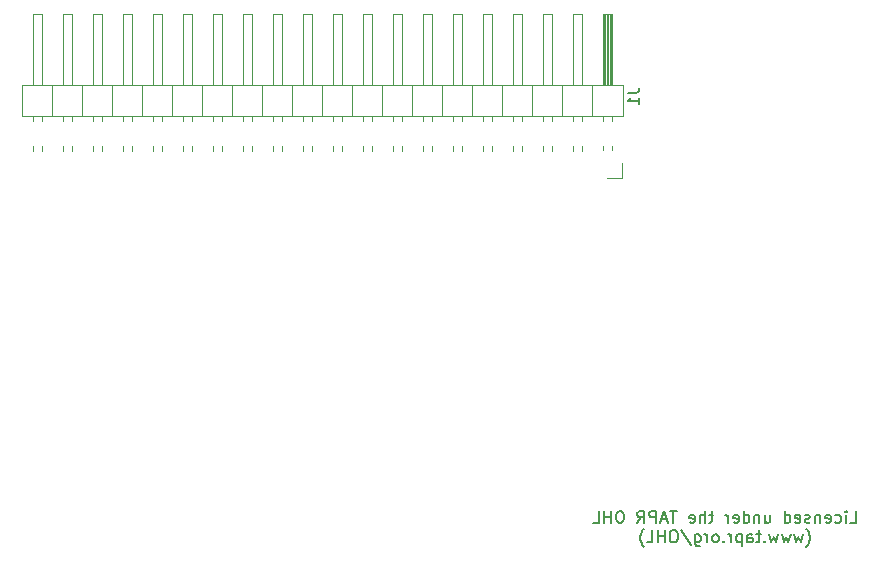
<source format=gbr>
G04 #@! TF.GenerationSoftware,KiCad,Pcbnew,(5.1.5-0-10_14)*
G04 #@! TF.CreationDate,2020-10-26T17:46:19+01:00*
G04 #@! TF.ProjectId,io,696f2e6b-6963-4616-945f-706362585858,1*
G04 #@! TF.SameCoordinates,Original*
G04 #@! TF.FileFunction,Legend,Bot*
G04 #@! TF.FilePolarity,Positive*
%FSLAX46Y46*%
G04 Gerber Fmt 4.6, Leading zero omitted, Abs format (unit mm)*
G04 Created by KiCad (PCBNEW (5.1.5-0-10_14)) date 2020-10-26 17:46:19*
%MOMM*%
%LPD*%
G04 APERTURE LIST*
%ADD10C,0.150000*%
%ADD11C,0.120000*%
G04 APERTURE END LIST*
D10*
X194671428Y-91427380D02*
X195147619Y-91427380D01*
X195147619Y-90427380D01*
X194338095Y-91427380D02*
X194338095Y-90760714D01*
X194338095Y-90427380D02*
X194385714Y-90475000D01*
X194338095Y-90522619D01*
X194290476Y-90475000D01*
X194338095Y-90427380D01*
X194338095Y-90522619D01*
X193433333Y-91379761D02*
X193528571Y-91427380D01*
X193719047Y-91427380D01*
X193814285Y-91379761D01*
X193861904Y-91332142D01*
X193909523Y-91236904D01*
X193909523Y-90951190D01*
X193861904Y-90855952D01*
X193814285Y-90808333D01*
X193719047Y-90760714D01*
X193528571Y-90760714D01*
X193433333Y-90808333D01*
X192623809Y-91379761D02*
X192719047Y-91427380D01*
X192909523Y-91427380D01*
X193004761Y-91379761D01*
X193052380Y-91284523D01*
X193052380Y-90903571D01*
X193004761Y-90808333D01*
X192909523Y-90760714D01*
X192719047Y-90760714D01*
X192623809Y-90808333D01*
X192576190Y-90903571D01*
X192576190Y-90998809D01*
X193052380Y-91094047D01*
X192147619Y-90760714D02*
X192147619Y-91427380D01*
X192147619Y-90855952D02*
X192100000Y-90808333D01*
X192004761Y-90760714D01*
X191861904Y-90760714D01*
X191766666Y-90808333D01*
X191719047Y-90903571D01*
X191719047Y-91427380D01*
X191290476Y-91379761D02*
X191195238Y-91427380D01*
X191004761Y-91427380D01*
X190909523Y-91379761D01*
X190861904Y-91284523D01*
X190861904Y-91236904D01*
X190909523Y-91141666D01*
X191004761Y-91094047D01*
X191147619Y-91094047D01*
X191242857Y-91046428D01*
X191290476Y-90951190D01*
X191290476Y-90903571D01*
X191242857Y-90808333D01*
X191147619Y-90760714D01*
X191004761Y-90760714D01*
X190909523Y-90808333D01*
X190052380Y-91379761D02*
X190147619Y-91427380D01*
X190338095Y-91427380D01*
X190433333Y-91379761D01*
X190480952Y-91284523D01*
X190480952Y-90903571D01*
X190433333Y-90808333D01*
X190338095Y-90760714D01*
X190147619Y-90760714D01*
X190052380Y-90808333D01*
X190004761Y-90903571D01*
X190004761Y-90998809D01*
X190480952Y-91094047D01*
X189147619Y-91427380D02*
X189147619Y-90427380D01*
X189147619Y-91379761D02*
X189242857Y-91427380D01*
X189433333Y-91427380D01*
X189528571Y-91379761D01*
X189576190Y-91332142D01*
X189623809Y-91236904D01*
X189623809Y-90951190D01*
X189576190Y-90855952D01*
X189528571Y-90808333D01*
X189433333Y-90760714D01*
X189242857Y-90760714D01*
X189147619Y-90808333D01*
X187480952Y-90760714D02*
X187480952Y-91427380D01*
X187909523Y-90760714D02*
X187909523Y-91284523D01*
X187861904Y-91379761D01*
X187766666Y-91427380D01*
X187623809Y-91427380D01*
X187528571Y-91379761D01*
X187480952Y-91332142D01*
X187004761Y-90760714D02*
X187004761Y-91427380D01*
X187004761Y-90855952D02*
X186957142Y-90808333D01*
X186861904Y-90760714D01*
X186719047Y-90760714D01*
X186623809Y-90808333D01*
X186576190Y-90903571D01*
X186576190Y-91427380D01*
X185671428Y-91427380D02*
X185671428Y-90427380D01*
X185671428Y-91379761D02*
X185766666Y-91427380D01*
X185957142Y-91427380D01*
X186052380Y-91379761D01*
X186100000Y-91332142D01*
X186147619Y-91236904D01*
X186147619Y-90951190D01*
X186100000Y-90855952D01*
X186052380Y-90808333D01*
X185957142Y-90760714D01*
X185766666Y-90760714D01*
X185671428Y-90808333D01*
X184814285Y-91379761D02*
X184909523Y-91427380D01*
X185100000Y-91427380D01*
X185195238Y-91379761D01*
X185242857Y-91284523D01*
X185242857Y-90903571D01*
X185195238Y-90808333D01*
X185100000Y-90760714D01*
X184909523Y-90760714D01*
X184814285Y-90808333D01*
X184766666Y-90903571D01*
X184766666Y-90998809D01*
X185242857Y-91094047D01*
X184338095Y-91427380D02*
X184338095Y-90760714D01*
X184338095Y-90951190D02*
X184290476Y-90855952D01*
X184242857Y-90808333D01*
X184147619Y-90760714D01*
X184052380Y-90760714D01*
X183100000Y-90760714D02*
X182719047Y-90760714D01*
X182957142Y-90427380D02*
X182957142Y-91284523D01*
X182909523Y-91379761D01*
X182814285Y-91427380D01*
X182719047Y-91427380D01*
X182385714Y-91427380D02*
X182385714Y-90427380D01*
X181957142Y-91427380D02*
X181957142Y-90903571D01*
X182004761Y-90808333D01*
X182100000Y-90760714D01*
X182242857Y-90760714D01*
X182338095Y-90808333D01*
X182385714Y-90855952D01*
X181100000Y-91379761D02*
X181195238Y-91427380D01*
X181385714Y-91427380D01*
X181480952Y-91379761D01*
X181528571Y-91284523D01*
X181528571Y-90903571D01*
X181480952Y-90808333D01*
X181385714Y-90760714D01*
X181195238Y-90760714D01*
X181100000Y-90808333D01*
X181052380Y-90903571D01*
X181052380Y-90998809D01*
X181528571Y-91094047D01*
X180004761Y-90427380D02*
X179433333Y-90427380D01*
X179719047Y-91427380D02*
X179719047Y-90427380D01*
X179147619Y-91141666D02*
X178671428Y-91141666D01*
X179242857Y-91427380D02*
X178909523Y-90427380D01*
X178576190Y-91427380D01*
X178242857Y-91427380D02*
X178242857Y-90427380D01*
X177861904Y-90427380D01*
X177766666Y-90475000D01*
X177719047Y-90522619D01*
X177671428Y-90617857D01*
X177671428Y-90760714D01*
X177719047Y-90855952D01*
X177766666Y-90903571D01*
X177861904Y-90951190D01*
X178242857Y-90951190D01*
X176671428Y-91427380D02*
X177004761Y-90951190D01*
X177242857Y-91427380D02*
X177242857Y-90427380D01*
X176861904Y-90427380D01*
X176766666Y-90475000D01*
X176719047Y-90522619D01*
X176671428Y-90617857D01*
X176671428Y-90760714D01*
X176719047Y-90855952D01*
X176766666Y-90903571D01*
X176861904Y-90951190D01*
X177242857Y-90951190D01*
X175290476Y-90427380D02*
X175100000Y-90427380D01*
X175004761Y-90475000D01*
X174909523Y-90570238D01*
X174861904Y-90760714D01*
X174861904Y-91094047D01*
X174909523Y-91284523D01*
X175004761Y-91379761D01*
X175100000Y-91427380D01*
X175290476Y-91427380D01*
X175385714Y-91379761D01*
X175480952Y-91284523D01*
X175528571Y-91094047D01*
X175528571Y-90760714D01*
X175480952Y-90570238D01*
X175385714Y-90475000D01*
X175290476Y-90427380D01*
X174433333Y-91427380D02*
X174433333Y-90427380D01*
X174433333Y-90903571D02*
X173861904Y-90903571D01*
X173861904Y-91427380D02*
X173861904Y-90427380D01*
X172909523Y-91427380D02*
X173385714Y-91427380D01*
X173385714Y-90427380D01*
X190980952Y-93458333D02*
X191028571Y-93410714D01*
X191123809Y-93267857D01*
X191171428Y-93172619D01*
X191219047Y-93029761D01*
X191266666Y-92791666D01*
X191266666Y-92601190D01*
X191219047Y-92363095D01*
X191171428Y-92220238D01*
X191123809Y-92125000D01*
X191028571Y-91982142D01*
X190980952Y-91934523D01*
X190695238Y-92410714D02*
X190504761Y-93077380D01*
X190314285Y-92601190D01*
X190123809Y-93077380D01*
X189933333Y-92410714D01*
X189647619Y-92410714D02*
X189457142Y-93077380D01*
X189266666Y-92601190D01*
X189076190Y-93077380D01*
X188885714Y-92410714D01*
X188600000Y-92410714D02*
X188409523Y-93077380D01*
X188219047Y-92601190D01*
X188028571Y-93077380D01*
X187838095Y-92410714D01*
X187457142Y-92982142D02*
X187409523Y-93029761D01*
X187457142Y-93077380D01*
X187504761Y-93029761D01*
X187457142Y-92982142D01*
X187457142Y-93077380D01*
X187123809Y-92410714D02*
X186742857Y-92410714D01*
X186980952Y-92077380D02*
X186980952Y-92934523D01*
X186933333Y-93029761D01*
X186838095Y-93077380D01*
X186742857Y-93077380D01*
X185980952Y-93077380D02*
X185980952Y-92553571D01*
X186028571Y-92458333D01*
X186123809Y-92410714D01*
X186314285Y-92410714D01*
X186409523Y-92458333D01*
X185980952Y-93029761D02*
X186076190Y-93077380D01*
X186314285Y-93077380D01*
X186409523Y-93029761D01*
X186457142Y-92934523D01*
X186457142Y-92839285D01*
X186409523Y-92744047D01*
X186314285Y-92696428D01*
X186076190Y-92696428D01*
X185980952Y-92648809D01*
X185504761Y-92410714D02*
X185504761Y-93410714D01*
X185504761Y-92458333D02*
X185409523Y-92410714D01*
X185219047Y-92410714D01*
X185123809Y-92458333D01*
X185076190Y-92505952D01*
X185028571Y-92601190D01*
X185028571Y-92886904D01*
X185076190Y-92982142D01*
X185123809Y-93029761D01*
X185219047Y-93077380D01*
X185409523Y-93077380D01*
X185504761Y-93029761D01*
X184600000Y-93077380D02*
X184600000Y-92410714D01*
X184600000Y-92601190D02*
X184552380Y-92505952D01*
X184504761Y-92458333D01*
X184409523Y-92410714D01*
X184314285Y-92410714D01*
X183980952Y-92982142D02*
X183933333Y-93029761D01*
X183980952Y-93077380D01*
X184028571Y-93029761D01*
X183980952Y-92982142D01*
X183980952Y-93077380D01*
X183361904Y-93077380D02*
X183457142Y-93029761D01*
X183504761Y-92982142D01*
X183552380Y-92886904D01*
X183552380Y-92601190D01*
X183504761Y-92505952D01*
X183457142Y-92458333D01*
X183361904Y-92410714D01*
X183219047Y-92410714D01*
X183123809Y-92458333D01*
X183076190Y-92505952D01*
X183028571Y-92601190D01*
X183028571Y-92886904D01*
X183076190Y-92982142D01*
X183123809Y-93029761D01*
X183219047Y-93077380D01*
X183361904Y-93077380D01*
X182600000Y-93077380D02*
X182600000Y-92410714D01*
X182600000Y-92601190D02*
X182552380Y-92505952D01*
X182504761Y-92458333D01*
X182409523Y-92410714D01*
X182314285Y-92410714D01*
X181552380Y-92410714D02*
X181552380Y-93220238D01*
X181600000Y-93315476D01*
X181647619Y-93363095D01*
X181742857Y-93410714D01*
X181885714Y-93410714D01*
X181980952Y-93363095D01*
X181552380Y-93029761D02*
X181647619Y-93077380D01*
X181838095Y-93077380D01*
X181933333Y-93029761D01*
X181980952Y-92982142D01*
X182028571Y-92886904D01*
X182028571Y-92601190D01*
X181980952Y-92505952D01*
X181933333Y-92458333D01*
X181838095Y-92410714D01*
X181647619Y-92410714D01*
X181552380Y-92458333D01*
X180361904Y-92029761D02*
X181219047Y-93315476D01*
X179838095Y-92077380D02*
X179647619Y-92077380D01*
X179552380Y-92125000D01*
X179457142Y-92220238D01*
X179409523Y-92410714D01*
X179409523Y-92744047D01*
X179457142Y-92934523D01*
X179552380Y-93029761D01*
X179647619Y-93077380D01*
X179838095Y-93077380D01*
X179933333Y-93029761D01*
X180028571Y-92934523D01*
X180076190Y-92744047D01*
X180076190Y-92410714D01*
X180028571Y-92220238D01*
X179933333Y-92125000D01*
X179838095Y-92077380D01*
X178980952Y-93077380D02*
X178980952Y-92077380D01*
X178980952Y-92553571D02*
X178409523Y-92553571D01*
X178409523Y-93077380D02*
X178409523Y-92077380D01*
X177457142Y-93077380D02*
X177933333Y-93077380D01*
X177933333Y-92077380D01*
X177219047Y-93458333D02*
X177171428Y-93410714D01*
X177076190Y-93267857D01*
X177028571Y-93172619D01*
X176980952Y-93029761D01*
X176933333Y-92791666D01*
X176933333Y-92601190D01*
X176980952Y-92363095D01*
X177028571Y-92220238D01*
X177076190Y-92125000D01*
X177171428Y-91982142D01*
X177219047Y-91934523D01*
D11*
X175460000Y-57020000D02*
X124540000Y-57020000D01*
X124540000Y-57020000D02*
X124540000Y-54360000D01*
X124540000Y-54360000D02*
X175460000Y-54360000D01*
X175460000Y-54360000D02*
X175460000Y-57020000D01*
X174510000Y-54360000D02*
X174510000Y-48360000D01*
X174510000Y-48360000D02*
X173750000Y-48360000D01*
X173750000Y-48360000D02*
X173750000Y-54360000D01*
X174450000Y-54360000D02*
X174450000Y-48360000D01*
X174330000Y-54360000D02*
X174330000Y-48360000D01*
X174210000Y-54360000D02*
X174210000Y-48360000D01*
X174090000Y-54360000D02*
X174090000Y-48360000D01*
X173970000Y-54360000D02*
X173970000Y-48360000D01*
X173850000Y-54360000D02*
X173850000Y-48360000D01*
X174510000Y-57417071D02*
X174510000Y-57020000D01*
X173750000Y-57417071D02*
X173750000Y-57020000D01*
X174510000Y-59890000D02*
X174510000Y-59502929D01*
X173750000Y-59890000D02*
X173750000Y-59502929D01*
X172860000Y-57020000D02*
X172860000Y-54360000D01*
X171970000Y-54360000D02*
X171970000Y-48360000D01*
X171970000Y-48360000D02*
X171210000Y-48360000D01*
X171210000Y-48360000D02*
X171210000Y-54360000D01*
X171970000Y-57417071D02*
X171970000Y-57020000D01*
X171210000Y-57417071D02*
X171210000Y-57020000D01*
X171970000Y-59957071D02*
X171970000Y-59502929D01*
X171210000Y-59957071D02*
X171210000Y-59502929D01*
X170320000Y-57020000D02*
X170320000Y-54360000D01*
X169430000Y-54360000D02*
X169430000Y-48360000D01*
X169430000Y-48360000D02*
X168670000Y-48360000D01*
X168670000Y-48360000D02*
X168670000Y-54360000D01*
X169430000Y-57417071D02*
X169430000Y-57020000D01*
X168670000Y-57417071D02*
X168670000Y-57020000D01*
X169430000Y-59957071D02*
X169430000Y-59502929D01*
X168670000Y-59957071D02*
X168670000Y-59502929D01*
X167780000Y-57020000D02*
X167780000Y-54360000D01*
X166890000Y-54360000D02*
X166890000Y-48360000D01*
X166890000Y-48360000D02*
X166130000Y-48360000D01*
X166130000Y-48360000D02*
X166130000Y-54360000D01*
X166890000Y-57417071D02*
X166890000Y-57020000D01*
X166130000Y-57417071D02*
X166130000Y-57020000D01*
X166890000Y-59957071D02*
X166890000Y-59502929D01*
X166130000Y-59957071D02*
X166130000Y-59502929D01*
X165240000Y-57020000D02*
X165240000Y-54360000D01*
X164350000Y-54360000D02*
X164350000Y-48360000D01*
X164350000Y-48360000D02*
X163590000Y-48360000D01*
X163590000Y-48360000D02*
X163590000Y-54360000D01*
X164350000Y-57417071D02*
X164350000Y-57020000D01*
X163590000Y-57417071D02*
X163590000Y-57020000D01*
X164350000Y-59957071D02*
X164350000Y-59502929D01*
X163590000Y-59957071D02*
X163590000Y-59502929D01*
X162700000Y-57020000D02*
X162700000Y-54360000D01*
X161810000Y-54360000D02*
X161810000Y-48360000D01*
X161810000Y-48360000D02*
X161050000Y-48360000D01*
X161050000Y-48360000D02*
X161050000Y-54360000D01*
X161810000Y-57417071D02*
X161810000Y-57020000D01*
X161050000Y-57417071D02*
X161050000Y-57020000D01*
X161810000Y-59957071D02*
X161810000Y-59502929D01*
X161050000Y-59957071D02*
X161050000Y-59502929D01*
X160160000Y-57020000D02*
X160160000Y-54360000D01*
X159270000Y-54360000D02*
X159270000Y-48360000D01*
X159270000Y-48360000D02*
X158510000Y-48360000D01*
X158510000Y-48360000D02*
X158510000Y-54360000D01*
X159270000Y-57417071D02*
X159270000Y-57020000D01*
X158510000Y-57417071D02*
X158510000Y-57020000D01*
X159270000Y-59957071D02*
X159270000Y-59502929D01*
X158510000Y-59957071D02*
X158510000Y-59502929D01*
X157620000Y-57020000D02*
X157620000Y-54360000D01*
X156730000Y-54360000D02*
X156730000Y-48360000D01*
X156730000Y-48360000D02*
X155970000Y-48360000D01*
X155970000Y-48360000D02*
X155970000Y-54360000D01*
X156730000Y-57417071D02*
X156730000Y-57020000D01*
X155970000Y-57417071D02*
X155970000Y-57020000D01*
X156730000Y-59957071D02*
X156730000Y-59502929D01*
X155970000Y-59957071D02*
X155970000Y-59502929D01*
X155080000Y-57020000D02*
X155080000Y-54360000D01*
X154190000Y-54360000D02*
X154190000Y-48360000D01*
X154190000Y-48360000D02*
X153430000Y-48360000D01*
X153430000Y-48360000D02*
X153430000Y-54360000D01*
X154190000Y-57417071D02*
X154190000Y-57020000D01*
X153430000Y-57417071D02*
X153430000Y-57020000D01*
X154190000Y-59957071D02*
X154190000Y-59502929D01*
X153430000Y-59957071D02*
X153430000Y-59502929D01*
X152540000Y-57020000D02*
X152540000Y-54360000D01*
X151650000Y-54360000D02*
X151650000Y-48360000D01*
X151650000Y-48360000D02*
X150890000Y-48360000D01*
X150890000Y-48360000D02*
X150890000Y-54360000D01*
X151650000Y-57417071D02*
X151650000Y-57020000D01*
X150890000Y-57417071D02*
X150890000Y-57020000D01*
X151650000Y-59957071D02*
X151650000Y-59502929D01*
X150890000Y-59957071D02*
X150890000Y-59502929D01*
X150000000Y-57020000D02*
X150000000Y-54360000D01*
X149110000Y-54360000D02*
X149110000Y-48360000D01*
X149110000Y-48360000D02*
X148350000Y-48360000D01*
X148350000Y-48360000D02*
X148350000Y-54360000D01*
X149110000Y-57417071D02*
X149110000Y-57020000D01*
X148350000Y-57417071D02*
X148350000Y-57020000D01*
X149110000Y-59957071D02*
X149110000Y-59502929D01*
X148350000Y-59957071D02*
X148350000Y-59502929D01*
X147460000Y-57020000D02*
X147460000Y-54360000D01*
X146570000Y-54360000D02*
X146570000Y-48360000D01*
X146570000Y-48360000D02*
X145810000Y-48360000D01*
X145810000Y-48360000D02*
X145810000Y-54360000D01*
X146570000Y-57417071D02*
X146570000Y-57020000D01*
X145810000Y-57417071D02*
X145810000Y-57020000D01*
X146570000Y-59957071D02*
X146570000Y-59502929D01*
X145810000Y-59957071D02*
X145810000Y-59502929D01*
X144920000Y-57020000D02*
X144920000Y-54360000D01*
X144030000Y-54360000D02*
X144030000Y-48360000D01*
X144030000Y-48360000D02*
X143270000Y-48360000D01*
X143270000Y-48360000D02*
X143270000Y-54360000D01*
X144030000Y-57417071D02*
X144030000Y-57020000D01*
X143270000Y-57417071D02*
X143270000Y-57020000D01*
X144030000Y-59957071D02*
X144030000Y-59502929D01*
X143270000Y-59957071D02*
X143270000Y-59502929D01*
X142380000Y-57020000D02*
X142380000Y-54360000D01*
X141490000Y-54360000D02*
X141490000Y-48360000D01*
X141490000Y-48360000D02*
X140730000Y-48360000D01*
X140730000Y-48360000D02*
X140730000Y-54360000D01*
X141490000Y-57417071D02*
X141490000Y-57020000D01*
X140730000Y-57417071D02*
X140730000Y-57020000D01*
X141490000Y-59957071D02*
X141490000Y-59502929D01*
X140730000Y-59957071D02*
X140730000Y-59502929D01*
X139840000Y-57020000D02*
X139840000Y-54360000D01*
X138950000Y-54360000D02*
X138950000Y-48360000D01*
X138950000Y-48360000D02*
X138190000Y-48360000D01*
X138190000Y-48360000D02*
X138190000Y-54360000D01*
X138950000Y-57417071D02*
X138950000Y-57020000D01*
X138190000Y-57417071D02*
X138190000Y-57020000D01*
X138950000Y-59957071D02*
X138950000Y-59502929D01*
X138190000Y-59957071D02*
X138190000Y-59502929D01*
X137300000Y-57020000D02*
X137300000Y-54360000D01*
X136410000Y-54360000D02*
X136410000Y-48360000D01*
X136410000Y-48360000D02*
X135650000Y-48360000D01*
X135650000Y-48360000D02*
X135650000Y-54360000D01*
X136410000Y-57417071D02*
X136410000Y-57020000D01*
X135650000Y-57417071D02*
X135650000Y-57020000D01*
X136410000Y-59957071D02*
X136410000Y-59502929D01*
X135650000Y-59957071D02*
X135650000Y-59502929D01*
X134760000Y-57020000D02*
X134760000Y-54360000D01*
X133870000Y-54360000D02*
X133870000Y-48360000D01*
X133870000Y-48360000D02*
X133110000Y-48360000D01*
X133110000Y-48360000D02*
X133110000Y-54360000D01*
X133870000Y-57417071D02*
X133870000Y-57020000D01*
X133110000Y-57417071D02*
X133110000Y-57020000D01*
X133870000Y-59957071D02*
X133870000Y-59502929D01*
X133110000Y-59957071D02*
X133110000Y-59502929D01*
X132220000Y-57020000D02*
X132220000Y-54360000D01*
X131330000Y-54360000D02*
X131330000Y-48360000D01*
X131330000Y-48360000D02*
X130570000Y-48360000D01*
X130570000Y-48360000D02*
X130570000Y-54360000D01*
X131330000Y-57417071D02*
X131330000Y-57020000D01*
X130570000Y-57417071D02*
X130570000Y-57020000D01*
X131330000Y-59957071D02*
X131330000Y-59502929D01*
X130570000Y-59957071D02*
X130570000Y-59502929D01*
X129680000Y-57020000D02*
X129680000Y-54360000D01*
X128790000Y-54360000D02*
X128790000Y-48360000D01*
X128790000Y-48360000D02*
X128030000Y-48360000D01*
X128030000Y-48360000D02*
X128030000Y-54360000D01*
X128790000Y-57417071D02*
X128790000Y-57020000D01*
X128030000Y-57417071D02*
X128030000Y-57020000D01*
X128790000Y-59957071D02*
X128790000Y-59502929D01*
X128030000Y-59957071D02*
X128030000Y-59502929D01*
X127140000Y-57020000D02*
X127140000Y-54360000D01*
X126250000Y-54360000D02*
X126250000Y-48360000D01*
X126250000Y-48360000D02*
X125490000Y-48360000D01*
X125490000Y-48360000D02*
X125490000Y-54360000D01*
X126250000Y-57417071D02*
X126250000Y-57020000D01*
X125490000Y-57417071D02*
X125490000Y-57020000D01*
X126250000Y-59957071D02*
X126250000Y-59502929D01*
X125490000Y-59957071D02*
X125490000Y-59502929D01*
X174130000Y-62270000D02*
X175400000Y-62270000D01*
X175400000Y-62270000D02*
X175400000Y-61000000D01*
D10*
X175852380Y-55011666D02*
X176566666Y-55011666D01*
X176709523Y-54964047D01*
X176804761Y-54868809D01*
X176852380Y-54725952D01*
X176852380Y-54630714D01*
X176852380Y-56011666D02*
X176852380Y-55440238D01*
X176852380Y-55725952D02*
X175852380Y-55725952D01*
X175995238Y-55630714D01*
X176090476Y-55535476D01*
X176138095Y-55440238D01*
M02*

</source>
